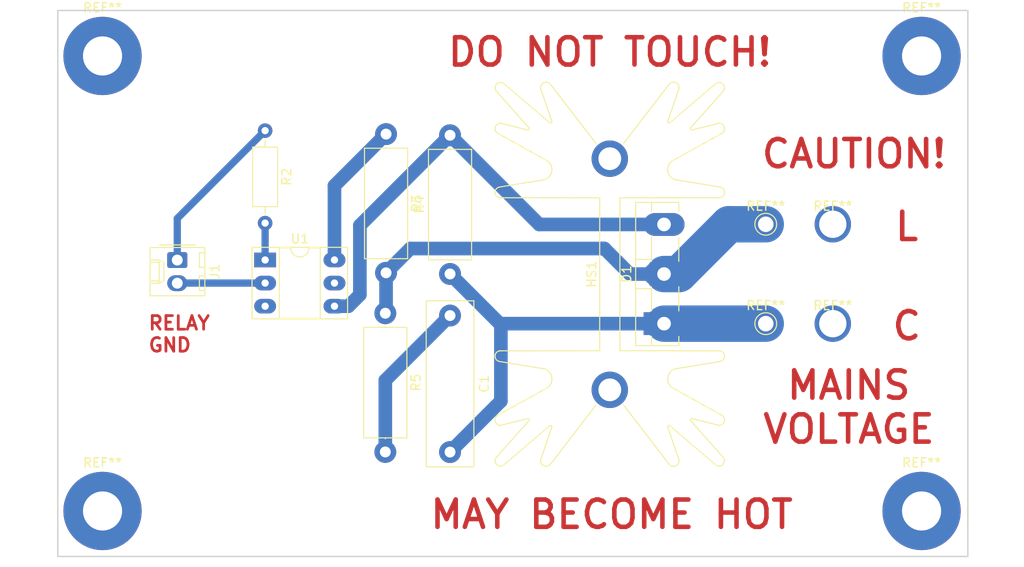
<source format=kicad_pcb>
(kicad_pcb (version 20171130) (host pcbnew "(5.0.2)-1")

  (general
    (thickness 1.6)
    (drawings 11)
    (tracks 42)
    (zones 0)
    (modules 17)
    (nets 11)
  )

  (page A4)
  (title_block
    (title "MyTea - Mains Relay")
    (date 2020-02-11)
    (rev 1.3)
    (comment 1 "Drawn by Boris Yanchev")
  )

  (layers
    (0 F.Cu signal)
    (31 B.Cu signal)
    (32 B.Adhes user)
    (33 F.Adhes user)
    (34 B.Paste user)
    (35 F.Paste user)
    (36 B.SilkS user)
    (37 F.SilkS user)
    (38 B.Mask user)
    (39 F.Mask user)
    (40 Dwgs.User user)
    (41 Cmts.User user)
    (42 Eco1.User user)
    (43 Eco2.User user)
    (44 Edge.Cuts user)
    (45 Margin user)
    (46 B.CrtYd user)
    (47 F.CrtYd user)
    (48 B.Fab user)
    (49 F.Fab user)
  )

  (setup
    (last_trace_width 1.5)
    (trace_clearance 0.2)
    (zone_clearance 0.508)
    (zone_45_only no)
    (trace_min 0.2)
    (segment_width 0.2)
    (edge_width 0.15)
    (via_size 0.8)
    (via_drill 0.4)
    (via_min_size 0.4)
    (via_min_drill 0.3)
    (uvia_size 0.3)
    (uvia_drill 0.1)
    (uvias_allowed no)
    (uvia_min_size 0.2)
    (uvia_min_drill 0.1)
    (pcb_text_width 0.3)
    (pcb_text_size 1.5 1.5)
    (mod_edge_width 0.15)
    (mod_text_size 1 1)
    (mod_text_width 0.15)
    (pad_size 4 4)
    (pad_drill 3)
    (pad_to_mask_clearance 0.051)
    (solder_mask_min_width 0.25)
    (aux_axis_origin 0 0)
    (grid_origin 232.076 72.39)
    (visible_elements 7FFFFFFF)
    (pcbplotparams
      (layerselection 0x00000_7fffffff)
      (usegerberextensions false)
      (usegerberattributes false)
      (usegerberadvancedattributes false)
      (creategerberjobfile false)
      (excludeedgelayer false)
      (linewidth 2.000000)
      (plotframeref false)
      (viasonmask false)
      (mode 1)
      (useauxorigin false)
      (hpglpennumber 1)
      (hpglpenspeed 20)
      (hpglpendiameter 15.000000)
      (psnegative false)
      (psa4output false)
      (plotreference true)
      (plotvalue true)
      (plotinvisibletext false)
      (padsonsilk false)
      (subtractmaskfromsilk false)
      (outputformat 4)
      (mirror true)
      (drillshape 2)
      (scaleselection 1)
      (outputdirectory "C:/Users/Boris/Desktop/"))
  )

  (net 0 "")
  (net 1 LIVE)
  (net 2 "Net-(D1-Pad3)")
  (net 3 "Net-(J1-Pad1)")
  (net 4 "Net-(J1-Pad2)")
  (net 5 "Net-(R3-Pad1)")
  (net 6 "Net-(U1-Pad5)")
  (net 7 "Net-(U1-Pad3)")
  (net 8 "Net-(C1-Pad1)")
  (net 9 CONTROL)
  (net 10 "Net-(R2-Pad2)")

  (net_class Default "Това е клас на веригите при отсъствие."
    (clearance 0.2)
    (trace_width 1.5)
    (via_dia 0.8)
    (via_drill 0.4)
    (uvia_dia 0.3)
    (uvia_drill 0.1)
    (add_net "Net-(J1-Pad1)")
    (add_net "Net-(J1-Pad2)")
    (add_net "Net-(R2-Pad2)")
    (add_net "Net-(U1-Pad3)")
    (add_net "Net-(U1-Pad5)")
  )

  (net_class Mains ""
    (clearance 0.2)
    (trace_width 1.5)
    (via_dia 0.8)
    (via_drill 0.4)
    (uvia_dia 0.3)
    (uvia_drill 0.1)
    (add_net LIVE)
  )

  (net_class TriacDrive ""
    (clearance 0.2)
    (trace_width 1.5)
    (via_dia 0.8)
    (via_drill 0.4)
    (uvia_dia 0.3)
    (uvia_drill 0.1)
    (add_net CONTROL)
    (add_net "Net-(C1-Pad1)")
    (add_net "Net-(D1-Pad3)")
    (add_net "Net-(R3-Pad1)")
  )

  (module MountingHole:MountingHole_4.3mm_M4_Pad (layer F.Cu) (tedit 56D1B4CB) (tstamp 5E5BB412)
    (at 226.996 127.39)
    (descr "Mounting Hole 4.3mm, M4")
    (tags "mounting hole 4.3mm m4")
    (attr virtual)
    (fp_text reference REF** (at 0 -5.3) (layer F.SilkS)
      (effects (font (size 1 1) (thickness 0.15)))
    )
    (fp_text value MountingHole_4.3mm_M4_Pad (at 0 5.3) (layer F.Fab)
      (effects (font (size 1 1) (thickness 0.15)))
    )
    (fp_text user %R (at 0.3 0) (layer F.Fab)
      (effects (font (size 1 1) (thickness 0.15)))
    )
    (fp_circle (center 0 0) (end 4.3 0) (layer Cmts.User) (width 0.15))
    (fp_circle (center 0 0) (end 4.55 0) (layer F.CrtYd) (width 0.05))
    (pad 1 thru_hole circle (at 0 0) (size 8.6 8.6) (drill 4.3) (layers *.Cu *.Mask))
  )

  (module MountingHole:MountingHole_4.3mm_M4_Pad (layer F.Cu) (tedit 56D1B4CB) (tstamp 5E5BB404)
    (at 136.996 127.39)
    (descr "Mounting Hole 4.3mm, M4")
    (tags "mounting hole 4.3mm m4")
    (attr virtual)
    (fp_text reference REF** (at 0 -5.3) (layer F.SilkS)
      (effects (font (size 1 1) (thickness 0.15)))
    )
    (fp_text value MountingHole_4.3mm_M4_Pad (at 0 5.3) (layer F.Fab)
      (effects (font (size 1 1) (thickness 0.15)))
    )
    (fp_circle (center 0 0) (end 4.55 0) (layer F.CrtYd) (width 0.05))
    (fp_circle (center 0 0) (end 4.3 0) (layer Cmts.User) (width 0.15))
    (fp_text user %R (at 0.3 0) (layer F.Fab)
      (effects (font (size 1 1) (thickness 0.15)))
    )
    (pad 1 thru_hole circle (at 0 0) (size 8.6 8.6) (drill 4.3) (layers *.Cu *.Mask))
  )

  (module MountingHole:MountingHole_4.3mm_M4_Pad (layer F.Cu) (tedit 56D1B4CB) (tstamp 5E5BB3F4)
    (at 136.996 77.39)
    (descr "Mounting Hole 4.3mm, M4")
    (tags "mounting hole 4.3mm m4")
    (attr virtual)
    (fp_text reference REF** (at 0 -5.3) (layer F.SilkS)
      (effects (font (size 1 1) (thickness 0.15)))
    )
    (fp_text value MountingHole_4.3mm_M4_Pad (at 0 5.3) (layer F.Fab)
      (effects (font (size 1 1) (thickness 0.15)))
    )
    (fp_text user %R (at 0.3 0) (layer F.Fab)
      (effects (font (size 1 1) (thickness 0.15)))
    )
    (fp_circle (center 0 0) (end 4.3 0) (layer Cmts.User) (width 0.15))
    (fp_circle (center 0 0) (end 4.55 0) (layer F.CrtYd) (width 0.05))
    (pad 1 thru_hole circle (at 0 0) (size 8.6 8.6) (drill 4.3) (layers *.Cu *.Mask))
  )

  (module TestPoint:TestPoint_THTPad_D2.0mm_Drill1.0mm (layer F.Cu) (tedit 5E46B382) (tstamp 5E510740)
    (at 217.24 106.806)
    (descr "THT pad as test Point, diameter 2.0mm, hole diameter 1.0mm")
    (tags "test point THT pad")
    (attr virtual)
    (fp_text reference REF** (at 0 -1.998) (layer F.SilkS)
      (effects (font (size 1 1) (thickness 0.15)))
    )
    (fp_text value TestPoint_THTPad_D2.0mm_Drill1.0mm (at 0 2.05) (layer F.Fab)
      (effects (font (size 1 1) (thickness 0.15)))
    )
    (fp_circle (center 0 0) (end 0 1.2) (layer F.SilkS) (width 0.12))
    (fp_circle (center 0 0) (end 1.5 0) (layer F.CrtYd) (width 0.05))
    (fp_text user %R (at 0 -2) (layer F.Fab)
      (effects (font (size 1 1) (thickness 0.15)))
    )
    (pad 1 thru_hole circle (at 0 0) (size 4 4) (drill 3) (layers *.Cu *.Mask))
  )

  (module TestPoint:TestPoint_THTPad_D2.0mm_Drill1.0mm (layer F.Cu) (tedit 5E46B375) (tstamp 5E51072B)
    (at 217.24 95.884)
    (descr "THT pad as test Point, diameter 2.0mm, hole diameter 1.0mm")
    (tags "test point THT pad")
    (attr virtual)
    (fp_text reference REF** (at 0 -1.998) (layer F.SilkS)
      (effects (font (size 1 1) (thickness 0.15)))
    )
    (fp_text value TestPoint_THTPad_D2.0mm_Drill1.0mm (at 0 2.05) (layer F.Fab)
      (effects (font (size 1 1) (thickness 0.15)))
    )
    (fp_text user %R (at 0 -2) (layer F.Fab)
      (effects (font (size 1 1) (thickness 0.15)))
    )
    (fp_circle (center 0 0) (end 1.5 0) (layer F.CrtYd) (width 0.05))
    (fp_circle (center 0 0) (end 0 1.2) (layer F.SilkS) (width 0.12))
    (pad 1 thru_hole circle (at 0 0) (size 4 4) (drill 3) (layers *.Cu *.Mask))
  )

  (module TestPoint:TestPoint_THTPad_D2.0mm_Drill1.0mm (layer F.Cu) (tedit 5E46B339) (tstamp 5E5103E1)
    (at 209.874 106.806)
    (descr "THT pad as test Point, diameter 2.0mm, hole diameter 1.0mm")
    (tags "test point THT pad")
    (attr virtual)
    (fp_text reference REF** (at 0 -1.998) (layer F.SilkS)
      (effects (font (size 1 1) (thickness 0.15)))
    )
    (fp_text value TestPoint_THTPad_D2.0mm_Drill1.0mm (at 0 2.05) (layer F.Fab)
      (effects (font (size 1 1) (thickness 0.15)))
    )
    (fp_text user %R (at 0 -2) (layer F.Fab)
      (effects (font (size 1 1) (thickness 0.15)))
    )
    (fp_circle (center 0 0) (end 1.5 0) (layer F.CrtYd) (width 0.05))
    (fp_circle (center 0 0) (end 0 1.2) (layer F.SilkS) (width 0.12))
    (pad 1 thru_hole circle (at 0 0) (size 3.5 3.5) (drill 1.7) (layers *.Cu *.Mask)
      (net 9 CONTROL))
  )

  (module Resistor_THT:R_Axial_DIN0207_L6.3mm_D2.5mm_P10.16mm_Horizontal (layer F.Cu) (tedit 5E429A7A) (tstamp 5E5101E3)
    (at 154.86 85.598 270)
    (descr "Resistor, Axial_DIN0207 series, Axial, Horizontal, pin pitch=10.16mm, 0.25W = 1/4W, length*diameter=6.3*2.5mm^2, http://cdn-reichelt.de/documents/datenblatt/B400/1_4W%23YAG.pdf")
    (tags "Resistor Axial_DIN0207 series Axial Horizontal pin pitch 10.16mm 0.25W = 1/4W length 6.3mm diameter 2.5mm")
    (path /5E41C70D)
    (fp_text reference R2 (at 5.08 -2.37 270) (layer F.SilkS)
      (effects (font (size 1 1) (thickness 0.15)))
    )
    (fp_text value 120 (at 5.08 2.37 270) (layer F.Fab)
      (effects (font (size 1 1) (thickness 0.15)))
    )
    (fp_line (start 1.93 -1.25) (end 1.93 1.25) (layer F.Fab) (width 0.1))
    (fp_line (start 1.93 1.25) (end 8.23 1.25) (layer F.Fab) (width 0.1))
    (fp_line (start 8.23 1.25) (end 8.23 -1.25) (layer F.Fab) (width 0.1))
    (fp_line (start 8.23 -1.25) (end 1.93 -1.25) (layer F.Fab) (width 0.1))
    (fp_line (start 0 0) (end 1.93 0) (layer F.Fab) (width 0.1))
    (fp_line (start 10.16 0) (end 8.23 0) (layer F.Fab) (width 0.1))
    (fp_line (start 1.81 -1.37) (end 1.81 1.37) (layer F.SilkS) (width 0.12))
    (fp_line (start 1.81 1.37) (end 8.35 1.37) (layer F.SilkS) (width 0.12))
    (fp_line (start 8.35 1.37) (end 8.35 -1.37) (layer F.SilkS) (width 0.12))
    (fp_line (start 8.35 -1.37) (end 1.81 -1.37) (layer F.SilkS) (width 0.12))
    (fp_line (start 1.04 0) (end 1.81 0) (layer F.SilkS) (width 0.12))
    (fp_line (start 9.12 0) (end 8.35 0) (layer F.SilkS) (width 0.12))
    (fp_line (start -1.05 -1.5) (end -1.05 1.5) (layer F.CrtYd) (width 0.05))
    (fp_line (start -1.05 1.5) (end 11.21 1.5) (layer F.CrtYd) (width 0.05))
    (fp_line (start 11.21 1.5) (end 11.21 -1.5) (layer F.CrtYd) (width 0.05))
    (fp_line (start 11.21 -1.5) (end -1.05 -1.5) (layer F.CrtYd) (width 0.05))
    (fp_text user %R (at 5.08 0 270) (layer F.Fab)
      (effects (font (size 1 1) (thickness 0.15)))
    )
    (pad 1 thru_hole circle (at 0 0 270) (size 1.6 1.6) (drill 0.8) (layers *.Cu *.Mask)
      (net 3 "Net-(J1-Pad1)"))
    (pad 2 thru_hole oval (at 10.16 0 270) (size 1.6 1.6) (drill 0.8) (layers *.Cu *.Mask)
      (net 10 "Net-(R2-Pad2)"))
    (model ${KISYS3DMOD}/Resistor_THT.3dshapes/R_Axial_DIN0207_L6.3mm_D2.5mm_P10.16mm_Horizontal.wrl
      (at (xyz 0 0 0))
      (scale (xyz 1 1 1))
      (rotate (xyz 0 0 0))
    )
  )

  (module Package_TO_SOT_THT:TO-3P-3_Vertical (layer F.Cu) (tedit 5AC8701B) (tstamp 5E5106E6)
    (at 198.698 106.806 90)
    (descr "TO-3P-3, Vertical, RM 5.45mm, , see https://toshiba.semicon-storage.com/ap-en/design-support/package/detail.TO-3P(N).html")
    (tags "TO-3P-3 Vertical RM 5.45mm ")
    (path /5E41CEC3)
    (fp_text reference D1 (at 5.45 -4.12 90) (layer F.SilkS)
      (effects (font (size 1 1) (thickness 0.15)))
    )
    (fp_text value Q_TRIAC_A1A2G (at 5.45 3.5 90) (layer F.Fab)
      (effects (font (size 1 1) (thickness 0.15)))
    )
    (fp_line (start -2.3 -3) (end -2.3 1.5) (layer F.Fab) (width 0.1))
    (fp_line (start -2.3 1.5) (end 13.2 1.5) (layer F.Fab) (width 0.1))
    (fp_line (start 13.2 1.5) (end 13.2 -3) (layer F.Fab) (width 0.1))
    (fp_line (start 13.2 -3) (end -2.3 -3) (layer F.Fab) (width 0.1))
    (fp_line (start -2.3 -1.5) (end 13.2 -1.5) (layer F.Fab) (width 0.1))
    (fp_line (start 3.85 -3) (end 3.85 -1.5) (layer F.Fab) (width 0.1))
    (fp_line (start 7.05 -3) (end 7.05 -1.5) (layer F.Fab) (width 0.1))
    (fp_line (start -2.42 -3.12) (end 13.32 -3.12) (layer F.SilkS) (width 0.12))
    (fp_line (start -2.42 1.62) (end -1.4 1.62) (layer F.SilkS) (width 0.12))
    (fp_line (start 1.4 1.62) (end 4.051 1.62) (layer F.SilkS) (width 0.12))
    (fp_line (start 6.85 1.62) (end 9.5 1.62) (layer F.SilkS) (width 0.12))
    (fp_line (start 12.3 1.62) (end 13.32 1.62) (layer F.SilkS) (width 0.12))
    (fp_line (start -2.42 -3.12) (end -2.42 1.62) (layer F.SilkS) (width 0.12))
    (fp_line (start 13.32 -3.12) (end 13.32 1.62) (layer F.SilkS) (width 0.12))
    (fp_line (start -2.42 -1.38) (end -1.4 -1.38) (layer F.SilkS) (width 0.12))
    (fp_line (start 1.4 -1.38) (end 4.051 -1.38) (layer F.SilkS) (width 0.12))
    (fp_line (start 6.85 -1.38) (end 9.5 -1.38) (layer F.SilkS) (width 0.12))
    (fp_line (start 12.3 -1.38) (end 13.32 -1.38) (layer F.SilkS) (width 0.12))
    (fp_line (start 3.85 -3.12) (end 3.85 -1.38) (layer F.SilkS) (width 0.12))
    (fp_line (start 7.051 -3.12) (end 7.051 -1.38) (layer F.SilkS) (width 0.12))
    (fp_line (start -2.55 -3.25) (end -2.55 2.5) (layer F.CrtYd) (width 0.05))
    (fp_line (start -2.55 2.5) (end 13.45 2.5) (layer F.CrtYd) (width 0.05))
    (fp_line (start 13.45 2.5) (end 13.45 -3.25) (layer F.CrtYd) (width 0.05))
    (fp_line (start 13.45 -3.25) (end -2.55 -3.25) (layer F.CrtYd) (width 0.05))
    (fp_text user %R (at 5.45 -4.12 90) (layer F.Fab)
      (effects (font (size 1 1) (thickness 0.15)))
    )
    (pad 1 thru_hole rect (at 0 0 90) (size 2.5 4.5) (drill 1.5) (layers *.Cu *.Mask)
      (net 9 CONTROL))
    (pad 2 thru_hole oval (at 5.45 0 90) (size 2.5 4.5) (drill 1.5) (layers *.Cu *.Mask)
      (net 1 LIVE))
    (pad 3 thru_hole oval (at 10.9 0 90) (size 2.5 4.5) (drill 1.5) (layers *.Cu *.Mask)
      (net 2 "Net-(D1-Pad3)"))
    (model ${KISYS3DMOD}/Package_TO_SOT_THT.3dshapes/TO-3P-3_Vertical.wrl
      (at (xyz 0 0 0))
      (scale (xyz 1 1 1))
      (rotate (xyz 0 0 0))
    )
  )

  (module Connector_Molex:Molex_KK-254_AE-6410-02A_1x02_P2.54mm_Vertical (layer F.Cu) (tedit 5B78013E) (tstamp 5E510187)
    (at 145.208 99.822 270)
    (descr "Molex KK-254 Interconnect System, old/engineering part number: AE-6410-02A example for new part number: 22-27-2021, 2 Pins (http://www.molex.com/pdm_docs/sd/022272021_sd.pdf), generated with kicad-footprint-generator")
    (tags "connector Molex KK-254 side entry")
    (path /5E4278C2)
    (fp_text reference J1 (at 1.27 -4.12 270) (layer F.SilkS)
      (effects (font (size 1 1) (thickness 0.15)))
    )
    (fp_text value Conn_01x02_Male (at 1.27 4.08 270) (layer F.Fab)
      (effects (font (size 1 1) (thickness 0.15)))
    )
    (fp_line (start -1.27 -2.92) (end -1.27 2.88) (layer F.Fab) (width 0.1))
    (fp_line (start -1.27 2.88) (end 3.81 2.88) (layer F.Fab) (width 0.1))
    (fp_line (start 3.81 2.88) (end 3.81 -2.92) (layer F.Fab) (width 0.1))
    (fp_line (start 3.81 -2.92) (end -1.27 -2.92) (layer F.Fab) (width 0.1))
    (fp_line (start -1.38 -3.03) (end -1.38 2.99) (layer F.SilkS) (width 0.12))
    (fp_line (start -1.38 2.99) (end 3.92 2.99) (layer F.SilkS) (width 0.12))
    (fp_line (start 3.92 2.99) (end 3.92 -3.03) (layer F.SilkS) (width 0.12))
    (fp_line (start 3.92 -3.03) (end -1.38 -3.03) (layer F.SilkS) (width 0.12))
    (fp_line (start -1.67 -2) (end -1.67 2) (layer F.SilkS) (width 0.12))
    (fp_line (start -1.27 -0.5) (end -0.562893 0) (layer F.Fab) (width 0.1))
    (fp_line (start -0.562893 0) (end -1.27 0.5) (layer F.Fab) (width 0.1))
    (fp_line (start 0 2.99) (end 0 1.99) (layer F.SilkS) (width 0.12))
    (fp_line (start 0 1.99) (end 2.54 1.99) (layer F.SilkS) (width 0.12))
    (fp_line (start 2.54 1.99) (end 2.54 2.99) (layer F.SilkS) (width 0.12))
    (fp_line (start 0 1.99) (end 0.25 1.46) (layer F.SilkS) (width 0.12))
    (fp_line (start 0.25 1.46) (end 2.29 1.46) (layer F.SilkS) (width 0.12))
    (fp_line (start 2.29 1.46) (end 2.54 1.99) (layer F.SilkS) (width 0.12))
    (fp_line (start 0.25 2.99) (end 0.25 1.99) (layer F.SilkS) (width 0.12))
    (fp_line (start 2.29 2.99) (end 2.29 1.99) (layer F.SilkS) (width 0.12))
    (fp_line (start -0.8 -3.03) (end -0.8 -2.43) (layer F.SilkS) (width 0.12))
    (fp_line (start -0.8 -2.43) (end 0.8 -2.43) (layer F.SilkS) (width 0.12))
    (fp_line (start 0.8 -2.43) (end 0.8 -3.03) (layer F.SilkS) (width 0.12))
    (fp_line (start 1.74 -3.03) (end 1.74 -2.43) (layer F.SilkS) (width 0.12))
    (fp_line (start 1.74 -2.43) (end 3.34 -2.43) (layer F.SilkS) (width 0.12))
    (fp_line (start 3.34 -2.43) (end 3.34 -3.03) (layer F.SilkS) (width 0.12))
    (fp_line (start -1.77 -3.42) (end -1.77 3.38) (layer F.CrtYd) (width 0.05))
    (fp_line (start -1.77 3.38) (end 4.31 3.38) (layer F.CrtYd) (width 0.05))
    (fp_line (start 4.31 3.38) (end 4.31 -3.42) (layer F.CrtYd) (width 0.05))
    (fp_line (start 4.31 -3.42) (end -1.77 -3.42) (layer F.CrtYd) (width 0.05))
    (fp_text user %R (at 1.27 -2.22 270) (layer F.Fab)
      (effects (font (size 1 1) (thickness 0.15)))
    )
    (pad 1 thru_hole roundrect (at 0 0 270) (size 1.74 2.2) (drill 1.2) (layers *.Cu *.Mask) (roundrect_rratio 0.143678)
      (net 3 "Net-(J1-Pad1)"))
    (pad 2 thru_hole oval (at 2.54 0 270) (size 1.74 2.2) (drill 1.2) (layers *.Cu *.Mask)
      (net 4 "Net-(J1-Pad2)"))
    (model ${KISYS3DMOD}/Connector_Molex.3dshapes/Molex_KK-254_AE-6410-02A_1x02_P2.54mm_Vertical.wrl
      (at (xyz 0 0 0))
      (scale (xyz 1 1 1))
      (rotate (xyz 0 0 0))
    )
  )

  (module Package_DIP:DIP-6_W7.62mm_Socket_LongPads (layer F.Cu) (tedit 5A02E8C5) (tstamp 5E51031A)
    (at 154.862 99.808)
    (descr "6-lead though-hole mounted DIP package, row spacing 7.62 mm (300 mils), Socket, LongPads")
    (tags "THT DIP DIL PDIP 2.54mm 7.62mm 300mil Socket LongPads")
    (path /5E41C65A)
    (fp_text reference U1 (at 3.81 -2.33) (layer F.SilkS)
      (effects (font (size 1 1) (thickness 0.15)))
    )
    (fp_text value MOC3061M (at 3.81 7.41) (layer F.Fab)
      (effects (font (size 1 1) (thickness 0.15)))
    )
    (fp_arc (start 3.81 -1.33) (end 2.81 -1.33) (angle -180) (layer F.SilkS) (width 0.12))
    (fp_line (start 1.635 -1.27) (end 6.985 -1.27) (layer F.Fab) (width 0.1))
    (fp_line (start 6.985 -1.27) (end 6.985 6.35) (layer F.Fab) (width 0.1))
    (fp_line (start 6.985 6.35) (end 0.635 6.35) (layer F.Fab) (width 0.1))
    (fp_line (start 0.635 6.35) (end 0.635 -0.27) (layer F.Fab) (width 0.1))
    (fp_line (start 0.635 -0.27) (end 1.635 -1.27) (layer F.Fab) (width 0.1))
    (fp_line (start -1.27 -1.33) (end -1.27 6.41) (layer F.Fab) (width 0.1))
    (fp_line (start -1.27 6.41) (end 8.89 6.41) (layer F.Fab) (width 0.1))
    (fp_line (start 8.89 6.41) (end 8.89 -1.33) (layer F.Fab) (width 0.1))
    (fp_line (start 8.89 -1.33) (end -1.27 -1.33) (layer F.Fab) (width 0.1))
    (fp_line (start 2.81 -1.33) (end 1.56 -1.33) (layer F.SilkS) (width 0.12))
    (fp_line (start 1.56 -1.33) (end 1.56 6.41) (layer F.SilkS) (width 0.12))
    (fp_line (start 1.56 6.41) (end 6.06 6.41) (layer F.SilkS) (width 0.12))
    (fp_line (start 6.06 6.41) (end 6.06 -1.33) (layer F.SilkS) (width 0.12))
    (fp_line (start 6.06 -1.33) (end 4.81 -1.33) (layer F.SilkS) (width 0.12))
    (fp_line (start -1.44 -1.39) (end -1.44 6.47) (layer F.SilkS) (width 0.12))
    (fp_line (start -1.44 6.47) (end 9.06 6.47) (layer F.SilkS) (width 0.12))
    (fp_line (start 9.06 6.47) (end 9.06 -1.39) (layer F.SilkS) (width 0.12))
    (fp_line (start 9.06 -1.39) (end -1.44 -1.39) (layer F.SilkS) (width 0.12))
    (fp_line (start -1.55 -1.6) (end -1.55 6.7) (layer F.CrtYd) (width 0.05))
    (fp_line (start -1.55 6.7) (end 9.15 6.7) (layer F.CrtYd) (width 0.05))
    (fp_line (start 9.15 6.7) (end 9.15 -1.6) (layer F.CrtYd) (width 0.05))
    (fp_line (start 9.15 -1.6) (end -1.55 -1.6) (layer F.CrtYd) (width 0.05))
    (fp_text user %R (at 3.81 2.54) (layer F.Fab)
      (effects (font (size 1 1) (thickness 0.15)))
    )
    (pad 1 thru_hole rect (at 0 0) (size 2.4 1.6) (drill 0.8) (layers *.Cu *.Mask)
      (net 10 "Net-(R2-Pad2)"))
    (pad 4 thru_hole oval (at 7.62 5.08) (size 2.4 1.6) (drill 0.8) (layers *.Cu *.Mask)
      (net 2 "Net-(D1-Pad3)"))
    (pad 2 thru_hole oval (at 0 2.54) (size 2.4 1.6) (drill 0.8) (layers *.Cu *.Mask)
      (net 4 "Net-(J1-Pad2)"))
    (pad 5 thru_hole oval (at 7.62 2.54) (size 2.4 1.6) (drill 0.8) (layers *.Cu *.Mask)
      (net 6 "Net-(U1-Pad5)"))
    (pad 3 thru_hole oval (at 0 5.08) (size 2.4 1.6) (drill 0.8) (layers *.Cu *.Mask)
      (net 7 "Net-(U1-Pad3)"))
    (pad 6 thru_hole oval (at 7.62 0) (size 2.4 1.6) (drill 0.8) (layers *.Cu *.Mask)
      (net 5 "Net-(R3-Pad1)"))
    (model ${KISYS3DMOD}/Package_DIP.3dshapes/DIP-6_W7.62mm_Socket.wrl
      (at (xyz 0 0 0))
      (scale (xyz 1 1 1))
      (rotate (xyz 0 0 0))
    )
  )

  (module TestPoint:TestPoint_THTPad_D2.0mm_Drill1.0mm (layer F.Cu) (tedit 5E46B326) (tstamp 5E510273)
    (at 209.874 95.884)
    (descr "THT pad as test Point, diameter 2.0mm, hole diameter 1.0mm")
    (tags "test point THT pad")
    (attr virtual)
    (fp_text reference REF** (at 0 -1.998) (layer F.SilkS)
      (effects (font (size 1 1) (thickness 0.15)))
    )
    (fp_text value TestPoint_THTPad_D2.0mm_Drill1.0mm (at 0 2.05) (layer F.Fab)
      (effects (font (size 1 1) (thickness 0.15)))
    )
    (fp_circle (center 0 0) (end 0 1.2) (layer F.SilkS) (width 0.12))
    (fp_circle (center 0 0) (end 1.5 0) (layer F.CrtYd) (width 0.05))
    (fp_text user %R (at 0 -2) (layer F.Fab)
      (effects (font (size 1 1) (thickness 0.15)))
    )
    (pad 1 thru_hole circle (at 0 0) (size 3.5 3.5) (drill 1.7) (layers *.Cu *.Mask)
      (net 1 LIVE))
  )

  (module MountingHole:MountingHole_4.3mm_M4_Pad (layer F.Cu) (tedit 56D1B4CB) (tstamp 5E5BAEB3)
    (at 226.996 77.39)
    (descr "Mounting Hole 4.3mm, M4")
    (tags "mounting hole 4.3mm m4")
    (attr virtual)
    (fp_text reference REF** (at 0 -5.3) (layer F.SilkS)
      (effects (font (size 1 1) (thickness 0.15)))
    )
    (fp_text value MountingHole_4.3mm_M4_Pad (at 0 5.3) (layer F.Fab)
      (effects (font (size 1 1) (thickness 0.15)))
    )
    (fp_circle (center 0 0) (end 4.55 0) (layer F.CrtYd) (width 0.05))
    (fp_circle (center 0 0) (end 4.3 0) (layer Cmts.User) (width 0.15))
    (fp_text user %R (at 0.3 0) (layer F.Fab)
      (effects (font (size 1 1) (thickness 0.15)))
    )
    (pad 1 thru_hole circle (at 0 0) (size 8.6 8.6) (drill 4.3) (layers *.Cu *.Mask))
  )

  (module Heatsink:Heatsink_Fischer_SK129-STS_42x25mm_2xDrill2.5mm (layer F.Cu) (tedit 5A1FFA20) (tstamp 5E50F8DD)
    (at 192.736 101.38 90)
    (descr "Heatsink, Fischer SK129")
    (tags "heatsink fischer")
    (path /5E4306D0)
    (fp_text reference HS1 (at 0 -2 90) (layer F.SilkS)
      (effects (font (size 1 1) (thickness 0.15)))
    )
    (fp_text value Heatsink (at 0 13.5 90) (layer F.Fab)
      (effects (font (size 1 1) (thickness 0.15)))
    )
    (fp_text user %R (at 0 0 90) (layer F.Fab)
      (effects (font (size 1 1) (thickness 0.15)))
    )
    (fp_line (start 20.89 6.53) (end 14.38 1.52) (layer F.SilkS) (width 0.12))
    (fp_line (start 16.81 6.37) (end 20.37 7.59) (layer F.SilkS) (width 0.12))
    (fp_line (start 20.89 11.57) (end 16.64 6.59) (layer F.SilkS) (width 0.12))
    (fp_line (start 16.11 8.9) (end 20.14 12.49) (layer F.SilkS) (width 0.12))
    (fp_line (start 16.61 12.04) (end 15.86 9.05) (layer F.SilkS) (width 0.12))
    (fp_line (start 12.43 6.8) (end 15.52 12.37) (layer F.SilkS) (width 0.12))
    (fp_line (start 9.58 12.16) (end 10.39 7.2) (layer F.SilkS) (width 0.12))
    (fp_line (start 8.4 1.11) (end 0 1.11) (layer F.SilkS) (width 0.12))
    (fp_line (start 8.41 12.07) (end 8.4 1.11) (layer F.SilkS) (width 0.12))
    (fp_line (start 16.8 6.25) (end 20.45 7.5) (layer F.Fab) (width 0.1))
    (fp_line (start 16.55 6.65) (end 20.8 11.6) (layer F.Fab) (width 0.1))
    (fp_line (start 16.15 8.8) (end 20.2 12.4) (layer F.Fab) (width 0.1))
    (fp_line (start 16.5 12) (end 15.75 9.05) (layer F.Fab) (width 0.1))
    (fp_line (start 8.5 12) (end 8.5 1) (layer F.Fab) (width 0.1))
    (fp_line (start 12.5 6.75) (end 15.6 12.3) (layer F.Fab) (width 0.1))
    (fp_line (start 9.49 12.09) (end 10.29 7.18) (layer F.Fab) (width 0.1))
    (fp_line (start 1.75 -0.25) (end 1.75 0.25) (layer F.Fab) (width 0.1))
    (fp_line (start -1.75 -0.25) (end -1.75 0.25) (layer F.Fab) (width 0.1))
    (fp_line (start 1.75 0.75) (end 1.75 1) (layer F.Fab) (width 0.1))
    (fp_line (start -1.75 1) (end -1.75 0.75) (layer F.Fab) (width 0.1))
    (fp_line (start 1.75 -1) (end 1.75 -0.75) (layer F.Fab) (width 0.1))
    (fp_line (start -1.75 -1) (end -1.75 -0.75) (layer F.Fab) (width 0.1))
    (fp_line (start 0 1) (end 8.5 1) (layer F.Fab) (width 0.1))
    (fp_line (start -21.25 -12.75) (end 21.25 -12.75) (layer F.CrtYd) (width 0.05))
    (fp_line (start -21.25 -12.75) (end -21.25 12.75) (layer F.CrtYd) (width 0.05))
    (fp_line (start 21.25 12.75) (end 21.25 -12.75) (layer F.CrtYd) (width 0.05))
    (fp_line (start 21.25 12.75) (end -21.25 12.75) (layer F.CrtYd) (width 0.05))
    (fp_line (start 20.8 6.6) (end 13.54 1.01) (layer F.Fab) (width 0.1))
    (fp_line (start 16.5 -12) (end 15.75 -9.05) (layer F.Fab) (width 0.1))
    (fp_line (start 16.15 -8.8) (end 20.2 -12.4) (layer F.Fab) (width 0.1))
    (fp_line (start 16.55 -6.65) (end 20.8 -11.6) (layer F.Fab) (width 0.1))
    (fp_line (start 12.5 -6.75) (end 15.6 -12.3) (layer F.Fab) (width 0.1))
    (fp_line (start 8.5 -12) (end 8.5 -1) (layer F.Fab) (width 0.1))
    (fp_line (start 9.49 -12.09) (end 10.29 -7.18) (layer F.Fab) (width 0.1))
    (fp_line (start 20.8 -6.6) (end 13.54 -1.01) (layer F.Fab) (width 0.1))
    (fp_line (start 16.8 -6.25) (end 20.45 -7.5) (layer F.Fab) (width 0.1))
    (fp_line (start 9.58 -12.16) (end 10.39 -7.2) (layer F.SilkS) (width 0.12))
    (fp_line (start 8.41 -12.07) (end 8.4 -1.11) (layer F.SilkS) (width 0.12))
    (fp_line (start 12.43 -6.8) (end 15.52 -12.37) (layer F.SilkS) (width 0.12))
    (fp_line (start 16.61 -12.04) (end 15.86 -9.05) (layer F.SilkS) (width 0.12))
    (fp_line (start 16.11 -8.9) (end 20.14 -12.49) (layer F.SilkS) (width 0.12))
    (fp_line (start 20.89 -11.57) (end 16.64 -6.59) (layer F.SilkS) (width 0.12))
    (fp_line (start 16.81 -6.37) (end 20.37 -7.59) (layer F.SilkS) (width 0.12))
    (fp_line (start 20.89 -6.53) (end 14.38 -1.52) (layer F.SilkS) (width 0.12))
    (fp_line (start 8.4 -1.11) (end 0 -1.11) (layer F.SilkS) (width 0.12))
    (fp_line (start 0 -1) (end 8.5 -1) (layer F.Fab) (width 0.1))
    (fp_line (start -9.49 -12.09) (end -10.29 -7.18) (layer F.Fab) (width 0.1))
    (fp_line (start -8.5 -12) (end -8.5 -1) (layer F.Fab) (width 0.1))
    (fp_line (start -12.5 -6.75) (end -15.6 -12.3) (layer F.Fab) (width 0.1))
    (fp_line (start -16.5 -12) (end -15.75 -9.05) (layer F.Fab) (width 0.1))
    (fp_line (start -16.15 -8.8) (end -20.2 -12.4) (layer F.Fab) (width 0.1))
    (fp_line (start -16.55 -6.65) (end -20.8 -11.6) (layer F.Fab) (width 0.1))
    (fp_line (start -16.8 -6.25) (end -20.45 -7.5) (layer F.Fab) (width 0.1))
    (fp_line (start -20.8 -6.6) (end -13.54 -1.01) (layer F.Fab) (width 0.1))
    (fp_line (start -20.8 6.6) (end -13.54 1.01) (layer F.Fab) (width 0.1))
    (fp_line (start -16.8 6.25) (end -20.45 7.5) (layer F.Fab) (width 0.1))
    (fp_line (start -9.49 12.09) (end -10.29 7.18) (layer F.Fab) (width 0.1))
    (fp_line (start -8.5 12) (end -8.5 1) (layer F.Fab) (width 0.1))
    (fp_line (start -12.5 6.75) (end -15.6 12.3) (layer F.Fab) (width 0.1))
    (fp_line (start -16.15 8.8) (end -20.2 12.4) (layer F.Fab) (width 0.1))
    (fp_line (start -16.5 12) (end -15.75 9.05) (layer F.Fab) (width 0.1))
    (fp_line (start -16.55 6.65) (end -20.8 11.6) (layer F.Fab) (width 0.1))
    (fp_line (start -8.41 12.07) (end -8.4 1.11) (layer F.SilkS) (width 0.12))
    (fp_line (start -9.58 12.16) (end -10.39 7.2) (layer F.SilkS) (width 0.12))
    (fp_line (start -12.43 6.8) (end -15.52 12.37) (layer F.SilkS) (width 0.12))
    (fp_line (start -8.41 -12.07) (end -8.4 -1.11) (layer F.SilkS) (width 0.12))
    (fp_line (start -9.58 -12.16) (end -10.39 -7.2) (layer F.SilkS) (width 0.12))
    (fp_line (start -12.43 -6.8) (end -15.52 -12.37) (layer F.SilkS) (width 0.12))
    (fp_line (start -16.81 6.37) (end -20.37 7.59) (layer F.SilkS) (width 0.12))
    (fp_line (start -20.89 6.53) (end -14.38 1.52) (layer F.SilkS) (width 0.12))
    (fp_line (start -16.61 -12.04) (end -15.86 -9.05) (layer F.SilkS) (width 0.12))
    (fp_line (start -16.11 -8.9) (end -20.14 -12.49) (layer F.SilkS) (width 0.12))
    (fp_line (start -16.11 8.9) (end -20.14 12.49) (layer F.SilkS) (width 0.12))
    (fp_line (start -16.61 12.04) (end -15.86 9.05) (layer F.SilkS) (width 0.12))
    (fp_line (start -20.89 11.57) (end -16.64 6.59) (layer F.SilkS) (width 0.12))
    (fp_line (start -20.89 -11.57) (end -16.64 -6.59) (layer F.SilkS) (width 0.12))
    (fp_line (start -16.81 -6.37) (end -20.37 -7.59) (layer F.SilkS) (width 0.12))
    (fp_line (start -20.89 -6.53) (end -14.38 -1.52) (layer F.SilkS) (width 0.12))
    (fp_line (start 0 1) (end -8.5 1) (layer F.Fab) (width 0.1))
    (fp_line (start 0 -1) (end -8.5 -1) (layer F.Fab) (width 0.1))
    (fp_line (start -8.4 -1.11) (end 0 -1.11) (layer F.SilkS) (width 0.12))
    (fp_line (start -8.4 1.11) (end 0 1.11) (layer F.SilkS) (width 0.12))
    (fp_arc (start 11.51 7.53) (end 12.43 6.81) (angle -127.5) (layer F.SilkS) (width 0.12))
    (fp_arc (start 9 12.02) (end 8.41 12.04) (angle -166.5) (layer F.SilkS) (width 0.12))
    (fp_arc (start 16.75 6.5) (end 16.8 6.25) (angle -90) (layer F.Fab) (width 0.1))
    (fp_arc (start 16.75 6.5) (end 16.55 6.35) (angle -90) (layer F.Fab) (width 0.1))
    (fp_arc (start 16 9) (end 16.15 8.8) (angle -90) (layer F.Fab) (width 0.1))
    (fp_arc (start 16 9) (end 15.95 8.75) (angle -90) (layer F.Fab) (width 0.1))
    (fp_arc (start 20.5 12) (end 20.9 12.3) (angle -90) (layer F.Fab) (width 0.1))
    (fp_arc (start 20.5 12) (end 20.2 12.4) (angle -90) (layer F.Fab) (width 0.1))
    (fp_arc (start 20.5 7) (end 20.9 7.3) (angle -90) (layer F.Fab) (width 0.1))
    (fp_arc (start 20.5 7) (end 20.45 7.5) (angle -90) (layer F.Fab) (width 0.1))
    (fp_arc (start 16 12) (end 15.6 12.3) (angle -90) (layer F.Fab) (width 0.1))
    (fp_arc (start 11.5 7.5) (end 12.5 6.75) (angle -90) (layer F.Fab) (width 0.1))
    (fp_arc (start 11.5 7.5) (end 11.5 6.25) (angle -76.5) (layer F.Fab) (width 0.1))
    (fp_arc (start 16 12) (end 16 12.5) (angle -90) (layer F.Fab) (width 0.1))
    (fp_arc (start 9 12) (end 9 12.5) (angle -80.7) (layer F.Fab) (width 0.1))
    (fp_arc (start 9 12) (end 8.5 12) (angle -90) (layer F.Fab) (width 0.1))
    (fp_arc (start 16 12) (end 15.51 12.36) (angle -140.8) (layer F.SilkS) (width 0.12))
    (fp_arc (start 20.49 12.01) (end 20.12 12.47) (angle -177) (layer F.SilkS) (width 0.12))
    (fp_arc (start 20.5 7) (end 20.36 7.59) (angle -154.3) (layer F.SilkS) (width 0.12))
    (fp_arc (start 16 9) (end 16.11 8.89) (angle -163) (layer F.SilkS) (width 0.12))
    (fp_arc (start 16.75 6.5) (end 16.81 6.37) (angle -155.2) (layer F.SilkS) (width 0.12))
    (fp_arc (start 16 -9) (end 16.15 -8.8) (angle 90) (layer F.Fab) (width 0.1))
    (fp_arc (start 16 -12) (end 16 -12.5) (angle 90) (layer F.Fab) (width 0.1))
    (fp_arc (start 16 -12) (end 15.6 -12.3) (angle 90) (layer F.Fab) (width 0.1))
    (fp_arc (start 16 -9) (end 15.95 -8.75) (angle 90) (layer F.Fab) (width 0.1))
    (fp_arc (start 20.5 -12) (end 20.9 -12.3) (angle 90) (layer F.Fab) (width 0.1))
    (fp_arc (start 20.5 -12) (end 20.2 -12.4) (angle 90) (layer F.Fab) (width 0.1))
    (fp_arc (start 20.5 -7) (end 20.45 -7.5) (angle 90) (layer F.Fab) (width 0.1))
    (fp_arc (start 12.7 0) (end 13.54 1.01) (angle 259.5) (layer F.Fab) (width 0.1))
    (fp_arc (start 11.5 -7.5) (end 11.5 -6.25) (angle 76.52218425) (layer F.Fab) (width 0.1))
    (fp_arc (start 9 -12) (end 9 -12.5) (angle 80.72749747) (layer F.Fab) (width 0.1))
    (fp_arc (start 11.5 -7.5) (end 12.5 -6.75) (angle 90) (layer F.Fab) (width 0.1))
    (fp_arc (start 9 -12) (end 8.5 -12) (angle 90) (layer F.Fab) (width 0.1))
    (fp_arc (start 20.5 -7) (end 20.9 -7.3) (angle 90) (layer F.Fab) (width 0.1))
    (fp_arc (start 16.75 -6.5) (end 16.55 -6.35) (angle 90) (layer F.Fab) (width 0.1))
    (fp_arc (start 16.75 -6.5) (end 16.8 -6.25) (angle 90) (layer F.Fab) (width 0.1))
    (fp_arc (start 9 -12.02) (end 8.41 -12.04) (angle 166.562007) (layer F.SilkS) (width 0.12))
    (fp_arc (start 11.51 -7.53) (end 12.43 -6.81) (angle 127.5463255) (layer F.SilkS) (width 0.12))
    (fp_arc (start 16 -9) (end 16.11 -8.89) (angle 163.0725303) (layer F.SilkS) (width 0.12))
    (fp_arc (start 16.75 -6.5) (end 16.81 -6.37) (angle 155.2009937) (layer F.SilkS) (width 0.12))
    (fp_arc (start 20.5 -7) (end 20.36 -7.59) (angle 154.3928271) (layer F.SilkS) (width 0.12))
    (fp_arc (start 16 -12) (end 15.51 -12.36) (angle 140.8800419) (layer F.SilkS) (width 0.12))
    (fp_arc (start 20.49 -12.01) (end 20.12 -12.47) (angle 177.0268957) (layer F.SilkS) (width 0.12))
    (fp_arc (start -9 -12) (end -8.5 -12) (angle -90) (layer F.Fab) (width 0.1))
    (fp_arc (start -9 -12) (end -9 -12.5) (angle -80.7) (layer F.Fab) (width 0.1))
    (fp_arc (start -11.5 -7.5) (end -11.5 -6.25) (angle -76.5) (layer F.Fab) (width 0.1))
    (fp_arc (start -11.5 -7.5) (end -12.5 -6.75) (angle -90) (layer F.Fab) (width 0.1))
    (fp_arc (start -16 -12) (end -15.6 -12.3) (angle -90) (layer F.Fab) (width 0.1))
    (fp_arc (start -16 -12) (end -16 -12.5) (angle -90) (layer F.Fab) (width 0.1))
    (fp_arc (start -16 -9) (end -16.15 -8.8) (angle -90) (layer F.Fab) (width 0.1))
    (fp_arc (start -16 -9) (end -15.95 -8.75) (angle -90) (layer F.Fab) (width 0.1))
    (fp_arc (start -20.5 -12) (end -20.2 -12.4) (angle -90) (layer F.Fab) (width 0.1))
    (fp_arc (start -20.5 -12) (end -20.9 -12.3) (angle -90) (layer F.Fab) (width 0.1))
    (fp_arc (start -16.75 -6.5) (end -16.55 -6.35) (angle -90) (layer F.Fab) (width 0.1))
    (fp_arc (start -16.75 -6.5) (end -16.8 -6.25) (angle -90) (layer F.Fab) (width 0.1))
    (fp_arc (start -20.5 -7) (end -20.45 -7.5) (angle -90) (layer F.Fab) (width 0.1))
    (fp_arc (start -20.5 -7) (end -20.9 -7.3) (angle -90) (layer F.Fab) (width 0.1))
    (fp_arc (start -12.7 0) (end -13.54 -1.01) (angle 259.5) (layer F.Fab) (width 0.1))
    (fp_arc (start -16.75 6.5) (end -16.8 6.25) (angle 90) (layer F.Fab) (width 0.1))
    (fp_arc (start -16.75 6.5) (end -16.55 6.35) (angle 90) (layer F.Fab) (width 0.1))
    (fp_arc (start -9 12) (end -8.5 12) (angle 90) (layer F.Fab) (width 0.1))
    (fp_arc (start -11.5 7.5) (end -12.5 6.75) (angle 90) (layer F.Fab) (width 0.1))
    (fp_arc (start -11.5 7.5) (end -11.5 6.25) (angle 76.52218425) (layer F.Fab) (width 0.1))
    (fp_arc (start -9 12) (end -9 12.5) (angle 80.72749747) (layer F.Fab) (width 0.1))
    (fp_arc (start -16 12) (end -15.6 12.3) (angle 90) (layer F.Fab) (width 0.1))
    (fp_arc (start -16 12) (end -16 12.5) (angle 90) (layer F.Fab) (width 0.1))
    (fp_arc (start -16 9) (end -16.15 8.8) (angle 90) (layer F.Fab) (width 0.1))
    (fp_arc (start -16 9) (end -15.95 8.75) (angle 90) (layer F.Fab) (width 0.1))
    (fp_arc (start -20.5 12) (end -20.9 12.3) (angle 90) (layer F.Fab) (width 0.1))
    (fp_arc (start -20.5 12) (end -20.2 12.4) (angle 90) (layer F.Fab) (width 0.1))
    (fp_arc (start -20.5 7) (end -20.9 7.3) (angle 90) (layer F.Fab) (width 0.1))
    (fp_arc (start -20.5 7) (end -20.45 7.5) (angle 90) (layer F.Fab) (width 0.1))
    (fp_arc (start -11.51 7.53) (end -12.43 6.81) (angle 127.5463255) (layer F.SilkS) (width 0.12))
    (fp_arc (start -9 12.02) (end -8.41 12.04) (angle 166.562007) (layer F.SilkS) (width 0.12))
    (fp_arc (start -9 -12.02) (end -8.41 -12.04) (angle -166.5) (layer F.SilkS) (width 0.12))
    (fp_arc (start -11.51 -7.53) (end -12.43 -6.81) (angle -127.5) (layer F.SilkS) (width 0.12))
    (fp_arc (start -20.5 7) (end -20.36 7.59) (angle 154.3928271) (layer F.SilkS) (width 0.12))
    (fp_arc (start -16.75 6.5) (end -16.81 6.37) (angle 155.2009937) (layer F.SilkS) (width 0.12))
    (fp_arc (start -16 -12) (end -15.51 -12.36) (angle -140.8) (layer F.SilkS) (width 0.12))
    (fp_arc (start -16 -9) (end -16.11 -8.89) (angle -163) (layer F.SilkS) (width 0.12))
    (fp_arc (start -20.49 -12.01) (end -20.12 -12.47) (angle -177) (layer F.SilkS) (width 0.12))
    (fp_arc (start -16 9) (end -16.11 8.89) (angle 163.0725303) (layer F.SilkS) (width 0.12))
    (fp_arc (start -16 12) (end -15.51 12.36) (angle 140.8800419) (layer F.SilkS) (width 0.12))
    (fp_arc (start -20.49 12.01) (end -20.12 12.47) (angle 177.0268957) (layer F.SilkS) (width 0.12))
    (fp_arc (start -16.75 -6.5) (end -16.81 -6.37) (angle -155.2) (layer F.SilkS) (width 0.12))
    (fp_arc (start -20.5 -7) (end -20.36 -7.59) (angle -154.3) (layer F.SilkS) (width 0.12))
    (pad 1 thru_hole circle (at 12.7 0 90) (size 4 4) (drill 2.5) (layers *.Cu *.Mask))
    (pad 1 thru_hole circle (at -12.7 0 270) (size 4 4) (drill 2.5) (layers *.Cu *.Mask))
    (model ${KISYS3DMOD}/Heatsink.3dshapes/Heatsink_Fischer_SK129-STS_42x25mm_2xDrill2.5mm.wrl
      (at (xyz 0 0 0))
      (scale (xyz 1 1 1))
      (rotate (xyz 0 0 0))
    )
  )

  (module Resistor_THT:R_Axial_DIN0414_L11.9mm_D4.5mm_P15.24mm_Horizontal (layer F.Cu) (tedit 5AE5139B) (tstamp 5E5100F6)
    (at 168.15 85.978 270)
    (descr "Resistor, Axial_DIN0414 series, Axial, Horizontal, pin pitch=15.24mm, 2W, length*diameter=11.9*4.5mm^2, http://www.vishay.com/docs/20128/wkxwrx.pdf")
    (tags "Resistor Axial_DIN0414 series Axial Horizontal pin pitch 15.24mm 2W length 11.9mm diameter 4.5mm")
    (path /5E41D09F)
    (fp_text reference R3 (at 7.62 -3.37 270) (layer F.SilkS)
      (effects (font (size 1 1) (thickness 0.15)))
    )
    (fp_text value 360 (at 7.62 3.37 270) (layer F.Fab)
      (effects (font (size 1 1) (thickness 0.15)))
    )
    (fp_line (start 1.67 -2.25) (end 1.67 2.25) (layer F.Fab) (width 0.1))
    (fp_line (start 1.67 2.25) (end 13.57 2.25) (layer F.Fab) (width 0.1))
    (fp_line (start 13.57 2.25) (end 13.57 -2.25) (layer F.Fab) (width 0.1))
    (fp_line (start 13.57 -2.25) (end 1.67 -2.25) (layer F.Fab) (width 0.1))
    (fp_line (start 0 0) (end 1.67 0) (layer F.Fab) (width 0.1))
    (fp_line (start 15.24 0) (end 13.57 0) (layer F.Fab) (width 0.1))
    (fp_line (start 1.55 -2.37) (end 1.55 2.37) (layer F.SilkS) (width 0.12))
    (fp_line (start 1.55 2.37) (end 13.69 2.37) (layer F.SilkS) (width 0.12))
    (fp_line (start 13.69 2.37) (end 13.69 -2.37) (layer F.SilkS) (width 0.12))
    (fp_line (start 13.69 -2.37) (end 1.55 -2.37) (layer F.SilkS) (width 0.12))
    (fp_line (start 1.44 0) (end 1.55 0) (layer F.SilkS) (width 0.12))
    (fp_line (start 13.8 0) (end 13.69 0) (layer F.SilkS) (width 0.12))
    (fp_line (start -1.45 -2.5) (end -1.45 2.5) (layer F.CrtYd) (width 0.05))
    (fp_line (start -1.45 2.5) (end 16.69 2.5) (layer F.CrtYd) (width 0.05))
    (fp_line (start 16.69 2.5) (end 16.69 -2.5) (layer F.CrtYd) (width 0.05))
    (fp_line (start 16.69 -2.5) (end -1.45 -2.5) (layer F.CrtYd) (width 0.05))
    (fp_text user %R (at 7.62 0 270) (layer F.Fab)
      (effects (font (size 1 1) (thickness 0.15)))
    )
    (pad 1 thru_hole circle (at 0 0 270) (size 2.4 2.4) (drill 1.2) (layers *.Cu *.Mask)
      (net 5 "Net-(R3-Pad1)"))
    (pad 2 thru_hole oval (at 15.24 0 270) (size 2.4 2.4) (drill 1.2) (layers *.Cu *.Mask)
      (net 1 LIVE))
    (model ${KISYS3DMOD}/Resistor_THT.3dshapes/R_Axial_DIN0414_L11.9mm_D4.5mm_P15.24mm_Horizontal.wrl
      (at (xyz 0 0 0))
      (scale (xyz 1 1 1))
      (rotate (xyz 0 0 0))
    )
  )

  (module Resistor_THT:R_Axial_DIN0414_L11.9mm_D4.5mm_P15.24mm_Horizontal (layer F.Cu) (tedit 5AE5139B) (tstamp 5E5100B4)
    (at 175.18 101.346 90)
    (descr "Resistor, Axial_DIN0414 series, Axial, Horizontal, pin pitch=15.24mm, 2W, length*diameter=11.9*4.5mm^2, http://www.vishay.com/docs/20128/wkxwrx.pdf")
    (tags "Resistor Axial_DIN0414 series Axial Horizontal pin pitch 15.24mm 2W length 11.9mm diameter 4.5mm")
    (path /5E41E8EF)
    (fp_text reference R4 (at 7.62 -3.37 90) (layer F.SilkS)
      (effects (font (size 1 1) (thickness 0.15)))
    )
    (fp_text value 330 (at 7.62 3.37 90) (layer F.Fab)
      (effects (font (size 1 1) (thickness 0.15)))
    )
    (fp_text user %R (at 7.62 0 90) (layer F.Fab)
      (effects (font (size 1 1) (thickness 0.15)))
    )
    (fp_line (start 16.69 -2.5) (end -1.45 -2.5) (layer F.CrtYd) (width 0.05))
    (fp_line (start 16.69 2.5) (end 16.69 -2.5) (layer F.CrtYd) (width 0.05))
    (fp_line (start -1.45 2.5) (end 16.69 2.5) (layer F.CrtYd) (width 0.05))
    (fp_line (start -1.45 -2.5) (end -1.45 2.5) (layer F.CrtYd) (width 0.05))
    (fp_line (start 13.8 0) (end 13.69 0) (layer F.SilkS) (width 0.12))
    (fp_line (start 1.44 0) (end 1.55 0) (layer F.SilkS) (width 0.12))
    (fp_line (start 13.69 -2.37) (end 1.55 -2.37) (layer F.SilkS) (width 0.12))
    (fp_line (start 13.69 2.37) (end 13.69 -2.37) (layer F.SilkS) (width 0.12))
    (fp_line (start 1.55 2.37) (end 13.69 2.37) (layer F.SilkS) (width 0.12))
    (fp_line (start 1.55 -2.37) (end 1.55 2.37) (layer F.SilkS) (width 0.12))
    (fp_line (start 15.24 0) (end 13.57 0) (layer F.Fab) (width 0.1))
    (fp_line (start 0 0) (end 1.67 0) (layer F.Fab) (width 0.1))
    (fp_line (start 13.57 -2.25) (end 1.67 -2.25) (layer F.Fab) (width 0.1))
    (fp_line (start 13.57 2.25) (end 13.57 -2.25) (layer F.Fab) (width 0.1))
    (fp_line (start 1.67 2.25) (end 13.57 2.25) (layer F.Fab) (width 0.1))
    (fp_line (start 1.67 -2.25) (end 1.67 2.25) (layer F.Fab) (width 0.1))
    (pad 2 thru_hole oval (at 15.24 0 90) (size 2.4 2.4) (drill 1.2) (layers *.Cu *.Mask)
      (net 2 "Net-(D1-Pad3)"))
    (pad 1 thru_hole circle (at 0 0 90) (size 2.4 2.4) (drill 1.2) (layers *.Cu *.Mask)
      (net 9 CONTROL))
    (model ${KISYS3DMOD}/Resistor_THT.3dshapes/R_Axial_DIN0414_L11.9mm_D4.5mm_P15.24mm_Horizontal.wrl
      (at (xyz 0 0 0))
      (scale (xyz 1 1 1))
      (rotate (xyz 0 0 0))
    )
  )

  (module Capacitor_THT:C_Rect_L18.0mm_W5.0mm_P15.00mm_FKS3_FKP3 (layer F.Cu) (tedit 5AE50EF0) (tstamp 5E522741)
    (at 175.18 105.918 270)
    (descr "C, Rect series, Radial, pin pitch=15.00mm, , length*width=18*5mm^2, Capacitor, http://www.wima.com/EN/WIMA_FKS_3.pdf")
    (tags "C Rect series Radial pin pitch 15.00mm  length 18mm width 5mm Capacitor")
    (path /5E41E5E4)
    (fp_text reference C1 (at 7.5 -3.75 270) (layer F.SilkS)
      (effects (font (size 1 1) (thickness 0.15)))
    )
    (fp_text value 0.01u (at 7.5 3.75 270) (layer F.Fab)
      (effects (font (size 1 1) (thickness 0.15)))
    )
    (fp_line (start -1.5 -2.5) (end -1.5 2.5) (layer F.Fab) (width 0.1))
    (fp_line (start -1.5 2.5) (end 16.5 2.5) (layer F.Fab) (width 0.1))
    (fp_line (start 16.5 2.5) (end 16.5 -2.5) (layer F.Fab) (width 0.1))
    (fp_line (start 16.5 -2.5) (end -1.5 -2.5) (layer F.Fab) (width 0.1))
    (fp_line (start -1.62 -2.62) (end 16.62 -2.62) (layer F.SilkS) (width 0.12))
    (fp_line (start -1.62 2.62) (end 16.62 2.62) (layer F.SilkS) (width 0.12))
    (fp_line (start -1.62 -2.62) (end -1.62 2.62) (layer F.SilkS) (width 0.12))
    (fp_line (start 16.62 -2.62) (end 16.62 2.62) (layer F.SilkS) (width 0.12))
    (fp_line (start -1.75 -2.75) (end -1.75 2.75) (layer F.CrtYd) (width 0.05))
    (fp_line (start -1.75 2.75) (end 16.75 2.75) (layer F.CrtYd) (width 0.05))
    (fp_line (start 16.75 2.75) (end 16.75 -2.75) (layer F.CrtYd) (width 0.05))
    (fp_line (start 16.75 -2.75) (end -1.75 -2.75) (layer F.CrtYd) (width 0.05))
    (fp_text user %R (at 7.5 0 270) (layer F.Fab)
      (effects (font (size 1 1) (thickness 0.15)))
    )
    (pad 1 thru_hole circle (at 0 0 270) (size 2.4 2.4) (drill 1.2) (layers *.Cu *.Mask)
      (net 8 "Net-(C1-Pad1)"))
    (pad 2 thru_hole circle (at 15 0 270) (size 2.4 2.4) (drill 1.2) (layers *.Cu *.Mask)
      (net 9 CONTROL))
    (model ${KISYS3DMOD}/Capacitor_THT.3dshapes/C_Rect_L18.0mm_W5.0mm_P15.00mm_FKS3_FKP3.wrl
      (at (xyz 0 0 0))
      (scale (xyz 1 1 1))
      (rotate (xyz 0 0 0))
    )
  )

  (module Resistor_THT:R_Axial_DIN0414_L11.9mm_D4.5mm_P15.24mm_Horizontal (layer F.Cu) (tedit 5AE5139B) (tstamp 5E525997)
    (at 168.068 105.664 270)
    (descr "Resistor, Axial_DIN0414 series, Axial, Horizontal, pin pitch=15.24mm, 2W, length*diameter=11.9*4.5mm^2, http://www.vishay.com/docs/20128/wkxwrx.pdf")
    (tags "Resistor Axial_DIN0414 series Axial Horizontal pin pitch 15.24mm 2W length 11.9mm diameter 4.5mm")
    (path /5E41E599)
    (fp_text reference R5 (at 7.62 -3.37 270) (layer F.SilkS)
      (effects (font (size 1 1) (thickness 0.15)))
    )
    (fp_text value 39 (at 7.62 3.37 270) (layer F.Fab)
      (effects (font (size 1 1) (thickness 0.15)))
    )
    (fp_line (start 1.67 -2.25) (end 1.67 2.25) (layer F.Fab) (width 0.1))
    (fp_line (start 1.67 2.25) (end 13.57 2.25) (layer F.Fab) (width 0.1))
    (fp_line (start 13.57 2.25) (end 13.57 -2.25) (layer F.Fab) (width 0.1))
    (fp_line (start 13.57 -2.25) (end 1.67 -2.25) (layer F.Fab) (width 0.1))
    (fp_line (start 0 0) (end 1.67 0) (layer F.Fab) (width 0.1))
    (fp_line (start 15.24 0) (end 13.57 0) (layer F.Fab) (width 0.1))
    (fp_line (start 1.55 -2.37) (end 1.55 2.37) (layer F.SilkS) (width 0.12))
    (fp_line (start 1.55 2.37) (end 13.69 2.37) (layer F.SilkS) (width 0.12))
    (fp_line (start 13.69 2.37) (end 13.69 -2.37) (layer F.SilkS) (width 0.12))
    (fp_line (start 13.69 -2.37) (end 1.55 -2.37) (layer F.SilkS) (width 0.12))
    (fp_line (start 1.44 0) (end 1.55 0) (layer F.SilkS) (width 0.12))
    (fp_line (start 13.8 0) (end 13.69 0) (layer F.SilkS) (width 0.12))
    (fp_line (start -1.45 -2.5) (end -1.45 2.5) (layer F.CrtYd) (width 0.05))
    (fp_line (start -1.45 2.5) (end 16.69 2.5) (layer F.CrtYd) (width 0.05))
    (fp_line (start 16.69 2.5) (end 16.69 -2.5) (layer F.CrtYd) (width 0.05))
    (fp_line (start 16.69 -2.5) (end -1.45 -2.5) (layer F.CrtYd) (width 0.05))
    (fp_text user %R (at 7.62 0 270) (layer F.Fab)
      (effects (font (size 1 1) (thickness 0.15)))
    )
    (pad 1 thru_hole circle (at 0 0 270) (size 2.4 2.4) (drill 1.2) (layers *.Cu *.Mask)
      (net 1 LIVE))
    (pad 2 thru_hole oval (at 15.24 0 270) (size 2.4 2.4) (drill 1.2) (layers *.Cu *.Mask)
      (net 8 "Net-(C1-Pad1)"))
    (model ${KISYS3DMOD}/Resistor_THT.3dshapes/R_Axial_DIN0414_L11.9mm_D4.5mm_P15.24mm_Horizontal.wrl
      (at (xyz 0 0 0))
      (scale (xyz 1 1 1))
      (rotate (xyz 0 0 0))
    )
  )

  (gr_text "MAY BECOME HOT" (at 192.946 127.77) (layer F.Cu) (tstamp 5E510985)
    (effects (font (size 3 3) (thickness 0.5)))
  )
  (gr_text "DO NOT TOUCH!" (at 192.736 76.97) (layer F.Cu) (tstamp 5E510979)
    (effects (font (size 3 3) (thickness 0.5)))
  )
  (gr_text C (at 225.368 107.06) (layer F.Cu) (tstamp 5E51074F)
    (effects (font (size 3 3) (thickness 0.5)))
  )
  (gr_text L (at 225.368 96.138) (layer F.Cu) (tstamp 5E510752)
    (effects (font (size 3 3) (thickness 0.5)))
  )
  (gr_text "MAINS\nVOLTAGE" (at 218.996 115.99) (layer F.Cu) (tstamp 5E510866)
    (effects (font (size 3 3) (thickness 0.5)))
  )
  (gr_text CAUTION! (at 219.566 88.15) (layer F.Cu) (tstamp 5E5BAE77)
    (effects (font (size 3 3) (thickness 0.5)))
  )
  (gr_line (start 232.08 72.39) (end 232.08 132.38) (layer Edge.Cuts) (width 0.15) (tstamp 5E5BAA68))
  (gr_line (start 132.08 132.39) (end 232.066 132.39) (layer Edge.Cuts) (width 0.15) (tstamp 5E5BAA65))
  (gr_line (start 132.08 72.39) (end 132.08 132.38) (layer Edge.Cuts) (width 0.15))
  (gr_line (start 132.08 72.39) (end 232.076 72.39) (layer Edge.Cuts) (width 0.15))
  (gr_text "RELAY\nGND\n" (at 141.906 107.95) (layer F.Cu) (tstamp 5E510411)
    (effects (font (size 1.5 1.5) (thickness 0.3)) (justify left))
  )

  (segment (start 205.81 95.884) (end 209.874 95.884) (width 4) (layer B.Cu) (net 1) (tstamp 5E51075B))
  (segment (start 198.698 101.356) (end 200.338 101.356) (width 4) (layer B.Cu) (net 1) (tstamp 5E51075E))
  (segment (start 200.338 101.356) (end 205.81 95.884) (width 4) (layer B.Cu) (net 1) (tstamp 5E510758))
  (segment (start 192.144 98.552) (end 191.69 98.552) (width 1.5) (layer B.Cu) (net 1))
  (segment (start 194.948 101.356) (end 192.144 98.552) (width 1.5) (layer B.Cu) (net 1))
  (segment (start 198.698 101.356) (end 194.948 101.356) (width 1.5) (layer B.Cu) (net 1))
  (segment (start 170.816 98.552) (end 168.15 101.218) (width 1.5) (layer B.Cu) (net 1))
  (segment (start 192.144 98.552) (end 170.816 98.552) (width 1.5) (layer B.Cu) (net 1))
  (segment (start 168.15 105.582) (end 168.068 105.664) (width 1.5) (layer B.Cu) (net 1))
  (segment (start 168.15 101.218) (end 168.15 105.582) (width 1.5) (layer B.Cu) (net 1))
  (segment (start 162.482 104.888) (end 162.702 104.888) (width 0.8) (layer B.Cu) (net 2) (tstamp 5E51046E))
  (segment (start 184.98 95.906) (end 175.18 86.106) (width 1.5) (layer B.Cu) (net 2))
  (segment (start 198.698 95.906) (end 184.98 95.906) (width 1.5) (layer B.Cu) (net 2))
  (segment (start 164.018 104.888) (end 162.482 104.888) (width 1.5) (layer B.Cu) (net 2))
  (segment (start 165.274 103.632) (end 164.018 104.888) (width 1.5) (layer B.Cu) (net 2))
  (segment (start 175.18 86.106) (end 165.274 96.012) (width 1.5) (layer B.Cu) (net 2))
  (segment (start 165.274 96.012) (end 165.274 103.632) (width 1.5) (layer B.Cu) (net 2))
  (segment (start 145.208 95.25) (end 154.86 85.598) (width 0.8) (layer B.Cu) (net 3))
  (segment (start 145.208 99.822) (end 145.208 95.25) (width 0.8) (layer B.Cu) (net 3))
  (segment (start 145.222 102.348) (end 145.208 102.362) (width 0.8) (layer B.Cu) (net 4))
  (segment (start 154.862 102.348) (end 145.222 102.348) (width 0.8) (layer B.Cu) (net 4))
  (segment (start 162.596 99.694) (end 162.482 99.808) (width 0.25) (layer B.Cu) (net 5) (tstamp 5E51043E))
  (segment (start 162.482 91.646) (end 168.15 85.978) (width 1.5) (layer B.Cu) (net 5))
  (segment (start 162.482 99.808) (end 162.482 91.646) (width 1.5) (layer B.Cu) (net 5))
  (segment (start 175.18 105.918) (end 168.068 113.03) (width 1.5) (layer B.Cu) (net 8))
  (segment (start 168.068 113.03) (end 168.068 120.904) (width 1.5) (layer B.Cu) (net 8))
  (segment (start 198.698 106.806) (end 209.874 106.806) (width 4) (layer B.Cu) (net 9) (tstamp 5E510755))
  (segment (start 175.18 101.346) (end 180.006 106.172) (width 1) (layer B.Cu) (net 9))
  (segment (start 180.768 106.934) (end 180.006 106.172) (width 1) (layer B.Cu) (net 9))
  (segment (start 198.698 106.806) (end 198.57 106.934) (width 1) (layer B.Cu) (net 9))
  (segment (start 176.379999 119.718001) (end 175.18 120.918) (width 1) (layer B.Cu) (net 9))
  (segment (start 180.768 106.934) (end 180.768 115.33) (width 1) (layer B.Cu) (net 9))
  (segment (start 180.768 115.33) (end 176.379999 119.718001) (width 1) (layer B.Cu) (net 9))
  (segment (start 180.64 106.806) (end 198.698 106.806) (width 1.5) (layer B.Cu) (net 9))
  (segment (start 175.18 101.346) (end 180.64 106.806) (width 1.5) (layer B.Cu) (net 9))
  (segment (start 180.768 106.934) (end 180.64 106.806) (width 1.5) (layer B.Cu) (net 9))
  (segment (start 180.768 115.316) (end 180.768 106.934) (width 1.5) (layer B.Cu) (net 9))
  (segment (start 175.18 120.918) (end 175.18 120.904) (width 1.5) (layer B.Cu) (net 9))
  (segment (start 175.18 120.904) (end 180.768 115.316) (width 1.5) (layer B.Cu) (net 9))
  (segment (start 154.748 99.694) (end 154.862 99.808) (width 0.8) (layer B.Cu) (net 10) (tstamp 5E510459))
  (segment (start 154.86 99.806) (end 154.862 99.808) (width 0.8) (layer B.Cu) (net 10))
  (segment (start 154.86 95.758) (end 154.86 99.806) (width 0.8) (layer B.Cu) (net 10))

)

</source>
